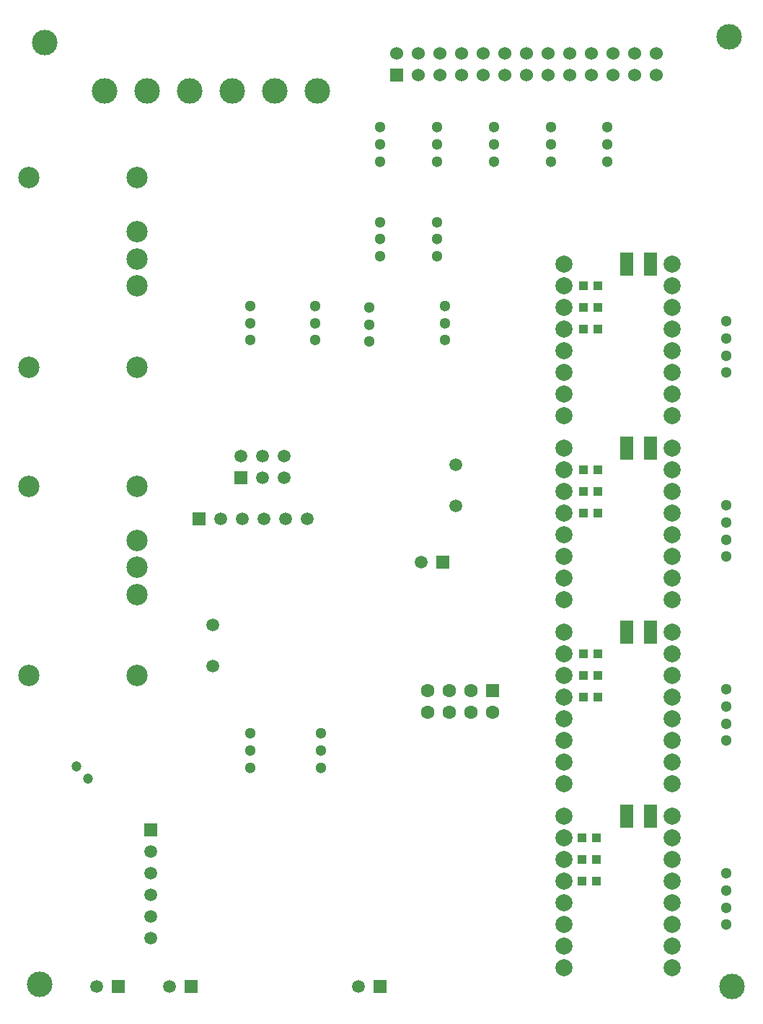
<source format=gbr>
G04 DipTrace Beta 2.3.5.2*
%INBottomMask.gbr*%
%MOMM*%
%ADD17C,2.0*%
%ADD18C,1.6*%
%ADD26R,1.1X1.0*%
%ADD27R,1.6X2.7*%
%ADD33C,1.3*%
%ADD38R,1.5X1.5*%
%ADD39C,1.5*%
%ADD44C,1.2*%
%ADD45C,1.524*%
%ADD46R,1.524X1.524*%
%ADD56C,2.5*%
%ADD57C,3.0*%
%ADD60R,1.6X1.6*%
%FSLAX53Y53*%
G04*
G71*
G90*
G75*
G01*
%LNBotMask*%
%LPD*%
D33*
X29210Y80010D3*
Y82010D3*
Y84010D3*
X52070Y80010D3*
Y82010D3*
Y84010D3*
X36830Y80010D3*
Y82010D3*
Y84010D3*
X43180Y83820D3*
Y81820D3*
Y79820D3*
X29210Y29845D3*
Y31845D3*
Y33845D3*
X37465Y29845D3*
Y31845D3*
Y33845D3*
X51117Y89853D3*
Y91853D3*
Y93853D3*
D57*
X4445Y4445D3*
X5080Y114935D3*
X85725Y4128D3*
X85407Y115570D3*
D27*
X73342Y88900D3*
X76142D3*
X73342Y24130D3*
X76142D3*
X73342Y45720D3*
X76142D3*
X73342Y67310D3*
X76142D3*
D38*
X44450Y4128D3*
D39*
X41910D3*
D38*
X22225D3*
D39*
X19685D3*
D38*
X13653D3*
D39*
X11112D3*
D33*
X51117Y100965D3*
Y102965D3*
Y104965D3*
X57785Y100965D3*
Y102965D3*
Y104965D3*
X64453Y100965D3*
Y102965D3*
Y104965D3*
X71120Y100965D3*
Y102965D3*
Y104965D3*
D44*
X8732Y30007D3*
X10161Y28578D3*
D45*
X74295Y113665D3*
Y111125D3*
X71755Y113665D3*
Y111125D3*
D46*
X46355D3*
D45*
X48895D3*
X51435D3*
X53975D3*
X56515D3*
X59055D3*
X61595D3*
X64135D3*
X66675D3*
X69215D3*
Y113665D3*
X66675D3*
X64135D3*
X61595D3*
X59055D3*
X56515D3*
X53975D3*
X51435D3*
X48895D3*
X46355D3*
X76835Y111125D3*
Y113665D3*
D26*
X68263Y86360D3*
X69962D3*
X68263Y83820D3*
X69962D3*
X68263Y81280D3*
X69962D3*
X68150Y21590D3*
X69850D3*
X68150Y19050D3*
X69850D3*
X68150Y16510D3*
X69850D3*
X68263Y43180D3*
X69962D3*
X68263Y40640D3*
X69962D3*
X68263Y38100D3*
X69962D3*
X68263Y64770D3*
X69962D3*
X68263Y62230D3*
X69962D3*
X68263Y59690D3*
X69962D3*
D33*
X85090Y76200D3*
Y78200D3*
Y80200D3*
Y82200D3*
D17*
X66040Y6350D3*
Y8890D3*
Y11430D3*
Y13970D3*
Y16510D3*
Y19050D3*
Y21590D3*
Y24130D3*
X78740Y6350D3*
Y8890D3*
Y11430D3*
Y13970D3*
Y16510D3*
Y19050D3*
Y21590D3*
Y24130D3*
D38*
X23178Y59055D3*
D39*
X25718D3*
X28258D3*
X30798D3*
X33338D3*
X35878D3*
D38*
X28099Y63817D3*
D39*
Y66357D3*
X30639Y63817D3*
Y66357D3*
X33179Y63817D3*
Y66357D3*
D56*
X15875Y40640D3*
Y50160D3*
Y53340D3*
Y56520D3*
Y62870D3*
X3175Y40640D3*
Y62870D3*
X15875Y76835D3*
Y86355D3*
Y89535D3*
Y92715D3*
Y99065D3*
X3175Y76835D3*
Y99065D3*
D38*
X51752Y53975D3*
D39*
X49212D3*
D57*
X12065Y109220D3*
X17065D3*
X22065D3*
X27065D3*
X32065D3*
X37065D3*
D38*
X17463Y22543D3*
D39*
Y20003D3*
Y17463D3*
Y14923D3*
Y12383D3*
Y9843D3*
D60*
X57626Y38894D3*
D18*
X55086D3*
X52546D3*
X50006D3*
X57626Y36354D3*
X55086D3*
X52546D3*
X50006D3*
D17*
X66040Y71120D3*
Y73660D3*
Y76200D3*
Y78740D3*
Y81280D3*
Y83820D3*
Y86360D3*
Y88900D3*
X78740Y71120D3*
Y73660D3*
Y76200D3*
Y78740D3*
Y81280D3*
Y83820D3*
Y86360D3*
Y88900D3*
D33*
X85090Y11430D3*
Y13430D3*
Y15430D3*
Y17430D3*
D17*
X66040Y27940D3*
Y30480D3*
Y33020D3*
Y35560D3*
Y38100D3*
Y40640D3*
Y43180D3*
Y45720D3*
X78740Y27940D3*
Y30480D3*
Y33020D3*
Y35560D3*
Y38100D3*
Y40640D3*
Y43180D3*
Y45720D3*
D33*
X85090Y33020D3*
Y35020D3*
Y37020D3*
Y39020D3*
D17*
X66040Y49530D3*
Y52070D3*
Y54610D3*
Y57150D3*
Y59690D3*
Y62230D3*
Y64770D3*
Y67310D3*
X78740Y49530D3*
Y52070D3*
Y54610D3*
Y57150D3*
Y59690D3*
Y62230D3*
Y64770D3*
Y67310D3*
D33*
X85090Y54610D3*
Y56610D3*
Y58610D3*
Y60610D3*
X44450Y89853D3*
Y91853D3*
Y93853D3*
D39*
X24765Y46546D3*
Y41720D3*
X53340Y65405D3*
Y60579D3*
D33*
X44450Y100965D3*
Y102965D3*
Y104965D3*
M02*

</source>
